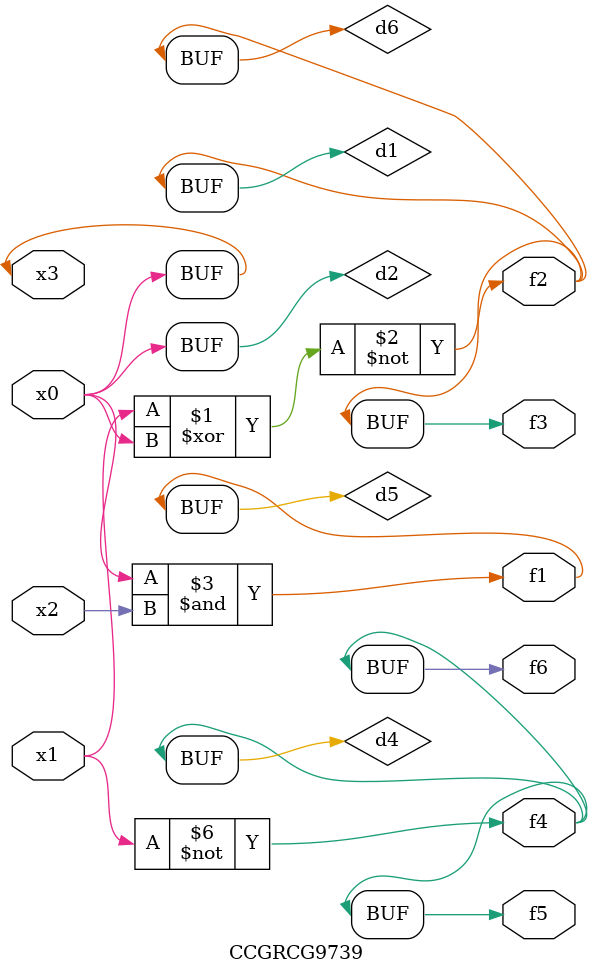
<source format=v>
module CCGRCG9739(
	input x0, x1, x2, x3,
	output f1, f2, f3, f4, f5, f6
);

	wire d1, d2, d3, d4, d5, d6;

	xnor (d1, x1, x3);
	buf (d2, x0, x3);
	nand (d3, x0, x2);
	not (d4, x1);
	nand (d5, d3);
	or (d6, d1);
	assign f1 = d5;
	assign f2 = d6;
	assign f3 = d6;
	assign f4 = d4;
	assign f5 = d4;
	assign f6 = d4;
endmodule

</source>
